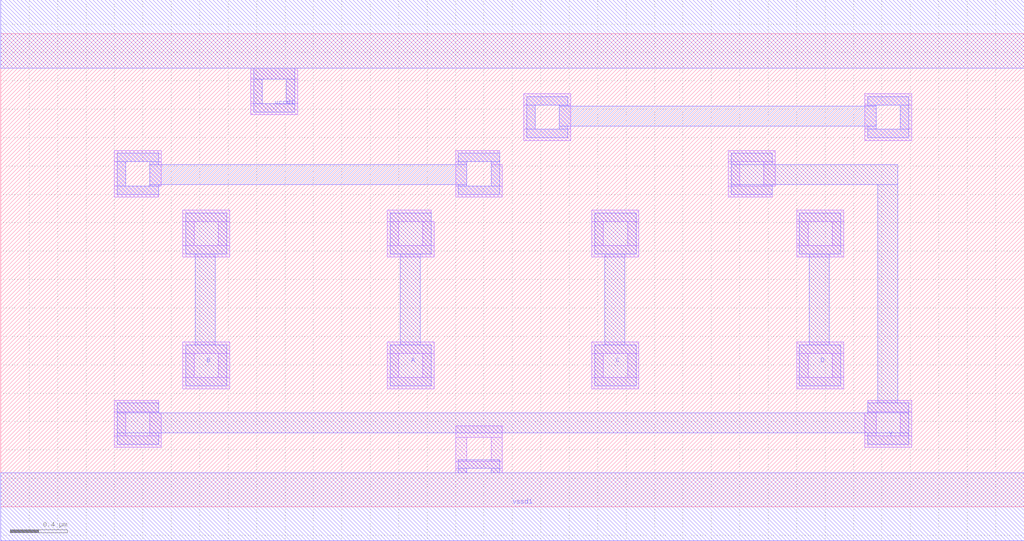
<source format=lef>
VERSION 5.7 ;
  NOWIREEXTENSIONATPIN ON ;
  DIVIDERCHAR "/" ;
  BUSBITCHARS "[]" ;
MACRO AOI22X1
  CLASS CORE ;
  FOREIGN AOI22X1 ;
  ORIGIN 0.000 0.000 ;
  SIZE 7.200 BY 3.330 ;
  SYMMETRY X Y R90 ;
  SITE unit ;
  PIN vccd1
    DIRECTION INOUT ;
    USE POWER ;
    SHAPE ABUTMENT ;
    PORT
      LAYER met1 ;
        RECT 0.000 3.090 7.200 3.570 ;
        RECT 1.780 3.010 2.070 3.090 ;
        RECT 1.780 2.840 1.840 3.010 ;
        RECT 2.010 2.840 2.070 3.010 ;
        RECT 1.780 2.780 2.070 2.840 ;
    END
  END vccd1
  PIN vssd1
    DIRECTION INOUT ;
    USE GROUND ;
    SHAPE ABUTMENT ;
    PORT
      LAYER met1 ;
        RECT 3.220 0.270 3.510 0.330 ;
        RECT 3.220 0.240 3.280 0.270 ;
        RECT 3.450 0.240 3.510 0.270 ;
        RECT 0.000 -0.240 7.200 0.240 ;
    END
  END vssd1
  PIN Y
    DIRECTION INOUT ;
    USE SIGNAL ;
    SHAPE ABUTMENT ;
    PORT
      LAYER met1 ;
        RECT 5.140 2.410 5.430 2.490 ;
        RECT 5.140 2.270 6.310 2.410 ;
        RECT 5.140 2.200 5.430 2.270 ;
        RECT 6.170 0.730 6.310 2.270 ;
        RECT 0.820 0.660 1.110 0.730 ;
        RECT 6.100 0.660 6.390 0.730 ;
        RECT 0.820 0.520 6.390 0.660 ;
        RECT 0.820 0.440 1.110 0.520 ;
        RECT 6.100 0.440 6.390 0.520 ;
    END
  END Y
  PIN D
    DIRECTION INOUT ;
    USE SIGNAL ;
    SHAPE ABUTMENT ;
    PORT
      LAYER met1 ;
        RECT 5.620 1.780 5.910 2.070 ;
        RECT 5.690 1.140 5.830 1.780 ;
        RECT 5.620 0.850 5.910 1.140 ;
    END
  END D
  PIN C
    DIRECTION INOUT ;
    USE SIGNAL ;
    SHAPE ABUTMENT ;
    PORT
      LAYER met1 ;
        RECT 4.180 1.780 4.470 2.070 ;
        RECT 4.250 1.140 4.390 1.780 ;
        RECT 4.180 0.850 4.470 1.140 ;
    END
  END C
  PIN A
    DIRECTION INOUT ;
    USE SIGNAL ;
    SHAPE ABUTMENT ;
    PORT
      LAYER met1 ;
        RECT 2.740 1.780 3.030 2.070 ;
        RECT 2.810 1.140 2.950 1.780 ;
        RECT 2.740 0.850 3.030 1.140 ;
    END
  END A
  PIN B
    DIRECTION INOUT ;
    USE SIGNAL ;
    SHAPE ABUTMENT ;
    PORT
      LAYER met1 ;
        RECT 1.300 1.780 1.590 2.070 ;
        RECT 1.370 1.140 1.510 1.780 ;
        RECT 1.300 0.850 1.590 1.140 ;
    END
  END B
  OBS
      LAYER li1 ;
        RECT 1.760 3.010 2.090 3.090 ;
        RECT 1.760 2.840 1.840 3.010 ;
        RECT 2.010 2.840 2.090 3.010 ;
        RECT 1.760 2.760 2.090 2.840 ;
        RECT 3.680 2.830 4.010 2.910 ;
        RECT 3.680 2.660 3.760 2.830 ;
        RECT 3.930 2.660 4.010 2.830 ;
        RECT 3.680 2.580 4.010 2.660 ;
        RECT 6.080 2.830 6.410 2.910 ;
        RECT 6.080 2.660 6.160 2.830 ;
        RECT 6.330 2.660 6.410 2.830 ;
        RECT 6.080 2.580 6.410 2.660 ;
        RECT 0.800 2.430 1.130 2.510 ;
        RECT 0.800 2.260 0.880 2.430 ;
        RECT 1.050 2.260 1.130 2.430 ;
        RECT 3.200 2.430 3.510 2.510 ;
        RECT 3.200 2.260 3.280 2.430 ;
        RECT 3.450 2.410 3.510 2.430 ;
        RECT 5.120 2.430 5.450 2.510 ;
        RECT 3.450 2.260 3.530 2.410 ;
        RECT 0.800 2.180 1.110 2.260 ;
        RECT 3.200 2.180 3.530 2.260 ;
        RECT 5.120 2.260 5.200 2.430 ;
        RECT 5.370 2.260 5.450 2.430 ;
        RECT 5.120 2.180 5.430 2.260 ;
        RECT 1.280 2.010 1.610 2.090 ;
        RECT 1.280 1.840 1.360 2.010 ;
        RECT 1.530 1.840 1.610 2.010 ;
        RECT 1.280 1.760 1.610 1.840 ;
        RECT 2.720 2.010 3.030 2.090 ;
        RECT 4.160 2.010 4.490 2.090 ;
        RECT 2.720 1.840 2.800 2.010 ;
        RECT 2.970 1.840 3.050 2.010 ;
        RECT 2.720 1.760 3.050 1.840 ;
        RECT 4.160 1.840 4.240 2.010 ;
        RECT 4.410 1.840 4.490 2.010 ;
        RECT 4.160 1.760 4.490 1.840 ;
        RECT 5.600 2.010 5.930 2.090 ;
        RECT 5.600 1.840 5.680 2.010 ;
        RECT 5.850 1.840 5.930 2.010 ;
        RECT 5.600 1.760 5.930 1.840 ;
        RECT 1.280 1.080 1.610 1.160 ;
        RECT 1.280 0.910 1.360 1.080 ;
        RECT 1.530 0.910 1.610 1.080 ;
        RECT 1.280 0.830 1.610 0.910 ;
        RECT 2.720 1.080 3.050 1.160 ;
        RECT 2.720 0.910 2.800 1.080 ;
        RECT 2.970 0.910 3.050 1.080 ;
        RECT 2.720 0.830 3.050 0.910 ;
        RECT 4.160 1.080 4.490 1.160 ;
        RECT 4.160 0.910 4.240 1.080 ;
        RECT 4.410 0.910 4.490 1.080 ;
        RECT 4.160 0.830 4.490 0.910 ;
        RECT 5.600 1.080 5.930 1.160 ;
        RECT 5.600 0.910 5.680 1.080 ;
        RECT 5.850 0.910 5.930 1.080 ;
        RECT 5.600 0.830 5.930 0.910 ;
        RECT 0.800 0.670 1.110 0.750 ;
        RECT 0.800 0.500 0.880 0.670 ;
        RECT 1.050 0.660 1.110 0.670 ;
        RECT 6.100 0.670 6.410 0.750 ;
        RECT 6.100 0.660 6.160 0.670 ;
        RECT 1.050 0.500 1.130 0.660 ;
        RECT 0.800 0.420 1.130 0.500 ;
        RECT 3.200 0.490 3.530 0.570 ;
        RECT 3.200 0.320 3.280 0.490 ;
        RECT 3.450 0.320 3.530 0.490 ;
        RECT 6.080 0.500 6.160 0.660 ;
        RECT 6.330 0.500 6.410 0.670 ;
        RECT 6.080 0.420 6.410 0.500 ;
        RECT 3.200 0.270 3.530 0.320 ;
        RECT 3.200 0.240 3.280 0.270 ;
        RECT 3.450 0.240 3.530 0.270 ;
      LAYER met1 ;
        RECT 3.700 2.830 3.990 2.890 ;
        RECT 3.700 2.660 3.760 2.830 ;
        RECT 3.930 2.820 3.990 2.830 ;
        RECT 6.100 2.830 6.390 2.890 ;
        RECT 6.100 2.820 6.160 2.830 ;
        RECT 3.930 2.680 6.160 2.820 ;
        RECT 3.930 2.660 3.990 2.680 ;
        RECT 3.700 2.600 3.990 2.660 ;
        RECT 6.100 2.660 6.160 2.680 ;
        RECT 6.330 2.660 6.390 2.830 ;
        RECT 6.100 2.600 6.390 2.660 ;
        RECT 0.820 2.430 1.110 2.490 ;
        RECT 0.820 2.260 0.880 2.430 ;
        RECT 1.050 2.410 1.110 2.430 ;
        RECT 3.220 2.430 3.510 2.490 ;
        RECT 3.220 2.410 3.280 2.430 ;
        RECT 1.050 2.270 3.280 2.410 ;
        RECT 1.050 2.260 1.110 2.270 ;
        RECT 0.820 2.200 1.110 2.260 ;
        RECT 3.220 2.260 3.280 2.270 ;
        RECT 3.450 2.260 3.510 2.430 ;
        RECT 3.220 2.200 3.510 2.260 ;
  END
END AOI22X1
END LIBRARY


</source>
